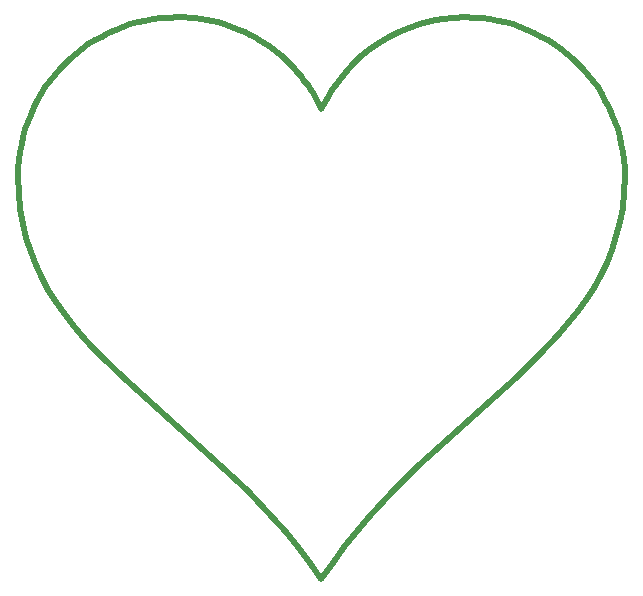
<source format=gm1>
G04 #@! TF.GenerationSoftware,KiCad,Pcbnew,8.0.5*
G04 #@! TF.CreationDate,2024-09-23T19:13:39-07:00*
G04 #@! TF.ProjectId,class 2a,636c6173-7320-4326-912e-6b696361645f,rev?*
G04 #@! TF.SameCoordinates,Original*
G04 #@! TF.FileFunction,Profile,NP*
%FSLAX46Y46*%
G04 Gerber Fmt 4.6, Leading zero omitted, Abs format (unit mm)*
G04 Created by KiCad (PCBNEW 8.0.5) date 2024-09-23 19:13:39*
%MOMM*%
%LPD*%
G01*
G04 APERTURE LIST*
G04 #@! TA.AperFunction,Profile*
%ADD10C,0.500000*%
G04 #@! TD*
G04 APERTURE END LIST*
D10*
X135300000Y-62200000D02*
X135799241Y-62227725D01*
X136293405Y-62273527D01*
X136782171Y-62337071D01*
X137265220Y-62418022D01*
X137742228Y-62516049D01*
X138212875Y-62630815D01*
X138676839Y-62761988D01*
X139133801Y-62909235D01*
X139583437Y-63072220D01*
X140025427Y-63250610D01*
X140459451Y-63444071D01*
X140885186Y-63652271D01*
X141302311Y-63874873D01*
X141710506Y-64111546D01*
X142109449Y-64361954D01*
X142498818Y-64625765D01*
X142878293Y-64902644D01*
X143247553Y-65192257D01*
X143606276Y-65494272D01*
X143954140Y-65808352D01*
X144290826Y-66134166D01*
X144616011Y-66471379D01*
X144929375Y-66819658D01*
X145230595Y-67178667D01*
X145519352Y-67548075D01*
X145795323Y-67927546D01*
X146058188Y-68316747D01*
X146307625Y-68715345D01*
X146543314Y-69123004D01*
X146764932Y-69539392D01*
X146972159Y-69964175D01*
X147404642Y-69120721D01*
X147892941Y-68312769D01*
X148434506Y-67542930D01*
X149026788Y-66813812D01*
X149667237Y-66128027D01*
X150353305Y-65488183D01*
X151082440Y-64896890D01*
X151852094Y-64356758D01*
X152659718Y-63870398D01*
X153502761Y-63440418D01*
X154378675Y-63069429D01*
X155284909Y-62760040D01*
X156218914Y-62514861D01*
X157178141Y-62336502D01*
X158160040Y-62227573D01*
X159162061Y-62190683D01*
X159855614Y-62208227D01*
X160540096Y-62260293D01*
X161214658Y-62346034D01*
X161878449Y-62464601D01*
X162530623Y-62615148D01*
X163170328Y-62796826D01*
X163796717Y-63008788D01*
X164408941Y-63250185D01*
X165006150Y-63520171D01*
X165587496Y-63817898D01*
X166152129Y-64142517D01*
X166699201Y-64493181D01*
X167227862Y-64869043D01*
X167737264Y-65269254D01*
X168226557Y-65692967D01*
X168694893Y-66139334D01*
X169141423Y-66607508D01*
X169565297Y-67096640D01*
X169965666Y-67605883D01*
X170341683Y-68134390D01*
X170692496Y-68681312D01*
X171017259Y-69245802D01*
X171315121Y-69827012D01*
X171585233Y-70424095D01*
X171826747Y-71036202D01*
X172038814Y-71662486D01*
X172220585Y-72302099D01*
X172371210Y-72954193D01*
X172489840Y-73617922D01*
X172575628Y-74292436D01*
X172627723Y-74976889D01*
X172645276Y-75670432D01*
X172599578Y-77014840D01*
X172465145Y-78303833D01*
X172245969Y-79541146D01*
X171946043Y-80730515D01*
X171569358Y-81875676D01*
X171119908Y-82980366D01*
X170601684Y-84048319D01*
X170018680Y-85083274D01*
X169374886Y-86088964D01*
X168674296Y-87069127D01*
X167118696Y-88967815D01*
X165383818Y-90809226D01*
X163501601Y-92623248D01*
X155138106Y-100203214D01*
X152998269Y-102328618D01*
X150902723Y-104605964D01*
X148883408Y-107065140D01*
X147912317Y-108372254D01*
X146972261Y-109736034D01*
X145982880Y-108365171D01*
X144968726Y-107054643D01*
X143933484Y-105800392D01*
X142880838Y-104598360D01*
X140738072Y-102334728D01*
X138569902Y-100231289D01*
X130232689Y-92770306D01*
X128379625Y-90980965D01*
X127508043Y-90075365D01*
X126678008Y-89157070D01*
X125893202Y-88222022D01*
X125157310Y-87266163D01*
X124474018Y-86285437D01*
X123847009Y-85275787D01*
X123279967Y-84233155D01*
X122776577Y-83153483D01*
X122340523Y-82032716D01*
X121975490Y-80866795D01*
X121685162Y-79651663D01*
X121473223Y-78383264D01*
X121343358Y-77057539D01*
X121299251Y-75670432D01*
X121316795Y-74976889D01*
X121368862Y-74292436D01*
X121454604Y-73617922D01*
X121573176Y-72954193D01*
X121723729Y-72302099D01*
X121905416Y-71662486D01*
X122117391Y-71036202D01*
X122358807Y-70424095D01*
X122628816Y-69827012D01*
X122926571Y-69245802D01*
X123251225Y-68681312D01*
X123601931Y-68134390D01*
X123977842Y-67605883D01*
X124378111Y-67096640D01*
X124801891Y-66607508D01*
X125248335Y-66139334D01*
X125716595Y-65692967D01*
X126205824Y-65269254D01*
X126715176Y-64869043D01*
X127243803Y-64493181D01*
X127790859Y-64142517D01*
X128355495Y-63817898D01*
X128936866Y-63520171D01*
X129534123Y-63250185D01*
X130146421Y-63008788D01*
X130772911Y-62796826D01*
X131412747Y-62615148D01*
X132065081Y-62464601D01*
X132729067Y-62346034D01*
X133403858Y-62260293D01*
X134088605Y-62208227D01*
X134782463Y-62190683D01*
X134796005Y-62190683D01*
X135300000Y-62200000D01*
M02*

</source>
